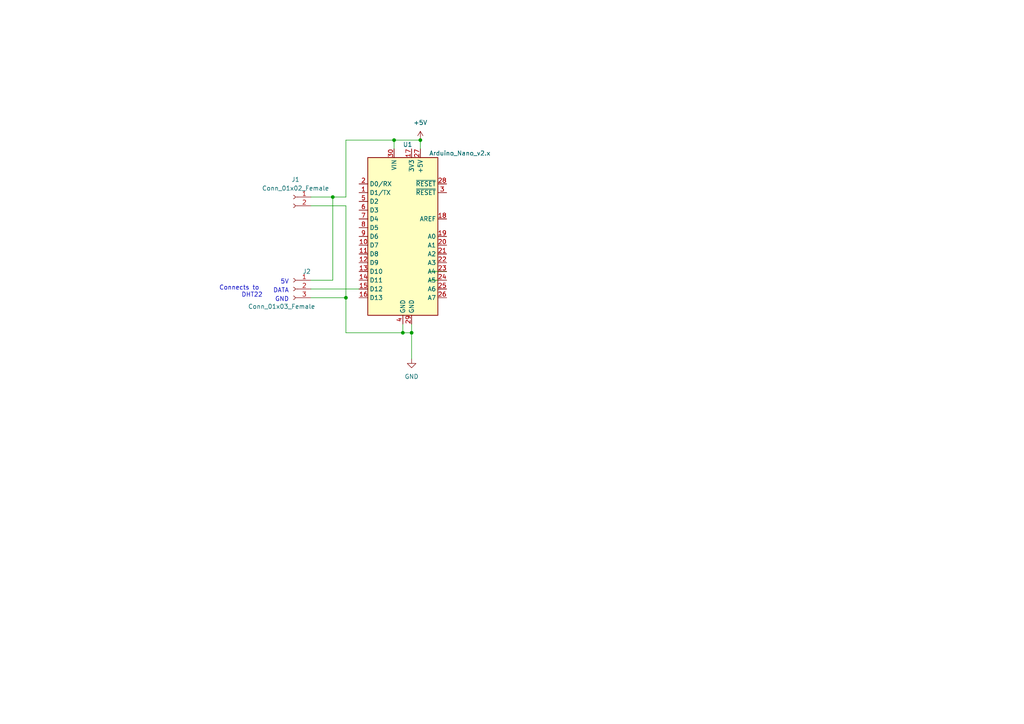
<source format=kicad_sch>
(kicad_sch (version 20211123) (generator eeschema)

  (uuid e63e39d7-6ac0-4ffd-8aa3-1841a4541b55)

  (paper "A4")

  (lib_symbols
    (symbol "Connector:Conn_01x02_Female" (pin_names (offset 1.016) hide) (in_bom yes) (on_board yes)
      (property "Reference" "J" (id 0) (at 0 2.54 0)
        (effects (font (size 1.27 1.27)))
      )
      (property "Value" "Conn_01x02_Female" (id 1) (at 0 -5.08 0)
        (effects (font (size 1.27 1.27)))
      )
      (property "Footprint" "" (id 2) (at 0 0 0)
        (effects (font (size 1.27 1.27)) hide)
      )
      (property "Datasheet" "~" (id 3) (at 0 0 0)
        (effects (font (size 1.27 1.27)) hide)
      )
      (property "ki_keywords" "connector" (id 4) (at 0 0 0)
        (effects (font (size 1.27 1.27)) hide)
      )
      (property "ki_description" "Generic connector, single row, 01x02, script generated (kicad-library-utils/schlib/autogen/connector/)" (id 5) (at 0 0 0)
        (effects (font (size 1.27 1.27)) hide)
      )
      (property "ki_fp_filters" "Connector*:*_1x??_*" (id 6) (at 0 0 0)
        (effects (font (size 1.27 1.27)) hide)
      )
      (symbol "Conn_01x02_Female_1_1"
        (arc (start 0 -2.032) (mid -0.508 -2.54) (end 0 -3.048)
          (stroke (width 0.1524) (type default) (color 0 0 0 0))
          (fill (type none))
        )
        (polyline
          (pts
            (xy -1.27 -2.54)
            (xy -0.508 -2.54)
          )
          (stroke (width 0.1524) (type default) (color 0 0 0 0))
          (fill (type none))
        )
        (polyline
          (pts
            (xy -1.27 0)
            (xy -0.508 0)
          )
          (stroke (width 0.1524) (type default) (color 0 0 0 0))
          (fill (type none))
        )
        (arc (start 0 0.508) (mid -0.508 0) (end 0 -0.508)
          (stroke (width 0.1524) (type default) (color 0 0 0 0))
          (fill (type none))
        )
        (pin passive line (at -5.08 0 0) (length 3.81)
          (name "Pin_1" (effects (font (size 1.27 1.27))))
          (number "1" (effects (font (size 1.27 1.27))))
        )
        (pin passive line (at -5.08 -2.54 0) (length 3.81)
          (name "Pin_2" (effects (font (size 1.27 1.27))))
          (number "2" (effects (font (size 1.27 1.27))))
        )
      )
    )
    (symbol "Connector:Conn_01x03_Female" (pin_names (offset 1.016) hide) (in_bom yes) (on_board yes)
      (property "Reference" "J" (id 0) (at 0 5.08 0)
        (effects (font (size 1.27 1.27)))
      )
      (property "Value" "Conn_01x03_Female" (id 1) (at 0 -5.08 0)
        (effects (font (size 1.27 1.27)))
      )
      (property "Footprint" "" (id 2) (at 0 0 0)
        (effects (font (size 1.27 1.27)) hide)
      )
      (property "Datasheet" "~" (id 3) (at 0 0 0)
        (effects (font (size 1.27 1.27)) hide)
      )
      (property "ki_keywords" "connector" (id 4) (at 0 0 0)
        (effects (font (size 1.27 1.27)) hide)
      )
      (property "ki_description" "Generic connector, single row, 01x03, script generated (kicad-library-utils/schlib/autogen/connector/)" (id 5) (at 0 0 0)
        (effects (font (size 1.27 1.27)) hide)
      )
      (property "ki_fp_filters" "Connector*:*_1x??_*" (id 6) (at 0 0 0)
        (effects (font (size 1.27 1.27)) hide)
      )
      (symbol "Conn_01x03_Female_1_1"
        (arc (start 0 -2.032) (mid -0.508 -2.54) (end 0 -3.048)
          (stroke (width 0.1524) (type default) (color 0 0 0 0))
          (fill (type none))
        )
        (polyline
          (pts
            (xy -1.27 -2.54)
            (xy -0.508 -2.54)
          )
          (stroke (width 0.1524) (type default) (color 0 0 0 0))
          (fill (type none))
        )
        (polyline
          (pts
            (xy -1.27 0)
            (xy -0.508 0)
          )
          (stroke (width 0.1524) (type default) (color 0 0 0 0))
          (fill (type none))
        )
        (polyline
          (pts
            (xy -1.27 2.54)
            (xy -0.508 2.54)
          )
          (stroke (width 0.1524) (type default) (color 0 0 0 0))
          (fill (type none))
        )
        (arc (start 0 0.508) (mid -0.508 0) (end 0 -0.508)
          (stroke (width 0.1524) (type default) (color 0 0 0 0))
          (fill (type none))
        )
        (arc (start 0 3.048) (mid -0.508 2.54) (end 0 2.032)
          (stroke (width 0.1524) (type default) (color 0 0 0 0))
          (fill (type none))
        )
        (pin passive line (at -5.08 2.54 0) (length 3.81)
          (name "Pin_1" (effects (font (size 1.27 1.27))))
          (number "1" (effects (font (size 1.27 1.27))))
        )
        (pin passive line (at -5.08 0 0) (length 3.81)
          (name "Pin_2" (effects (font (size 1.27 1.27))))
          (number "2" (effects (font (size 1.27 1.27))))
        )
        (pin passive line (at -5.08 -2.54 0) (length 3.81)
          (name "Pin_3" (effects (font (size 1.27 1.27))))
          (number "3" (effects (font (size 1.27 1.27))))
        )
      )
    )
    (symbol "MCU_Module:Arduino_Nano_v2.x" (in_bom yes) (on_board yes)
      (property "Reference" "A" (id 0) (at -10.16 23.495 0)
        (effects (font (size 1.27 1.27)) (justify left bottom))
      )
      (property "Value" "Arduino_Nano_v2.x" (id 1) (at 5.08 -24.13 0)
        (effects (font (size 1.27 1.27)) (justify left top))
      )
      (property "Footprint" "Module:Arduino_Nano" (id 2) (at 0 0 0)
        (effects (font (size 1.27 1.27) italic) hide)
      )
      (property "Datasheet" "https://www.arduino.cc/en/uploads/Main/ArduinoNanoManual23.pdf" (id 3) (at 0 0 0)
        (effects (font (size 1.27 1.27)) hide)
      )
      (property "ki_keywords" "Arduino nano microcontroller module USB" (id 4) (at 0 0 0)
        (effects (font (size 1.27 1.27)) hide)
      )
      (property "ki_description" "Arduino Nano v2.x" (id 5) (at 0 0 0)
        (effects (font (size 1.27 1.27)) hide)
      )
      (property "ki_fp_filters" "Arduino*Nano*" (id 6) (at 0 0 0)
        (effects (font (size 1.27 1.27)) hide)
      )
      (symbol "Arduino_Nano_v2.x_0_1"
        (rectangle (start -10.16 22.86) (end 10.16 -22.86)
          (stroke (width 0.254) (type default) (color 0 0 0 0))
          (fill (type background))
        )
      )
      (symbol "Arduino_Nano_v2.x_1_1"
        (pin bidirectional line (at -12.7 12.7 0) (length 2.54)
          (name "D1/TX" (effects (font (size 1.27 1.27))))
          (number "1" (effects (font (size 1.27 1.27))))
        )
        (pin bidirectional line (at -12.7 -2.54 0) (length 2.54)
          (name "D7" (effects (font (size 1.27 1.27))))
          (number "10" (effects (font (size 1.27 1.27))))
        )
        (pin bidirectional line (at -12.7 -5.08 0) (length 2.54)
          (name "D8" (effects (font (size 1.27 1.27))))
          (number "11" (effects (font (size 1.27 1.27))))
        )
        (pin bidirectional line (at -12.7 -7.62 0) (length 2.54)
          (name "D9" (effects (font (size 1.27 1.27))))
          (number "12" (effects (font (size 1.27 1.27))))
        )
        (pin bidirectional line (at -12.7 -10.16 0) (length 2.54)
          (name "D10" (effects (font (size 1.27 1.27))))
          (number "13" (effects (font (size 1.27 1.27))))
        )
        (pin bidirectional line (at -12.7 -12.7 0) (length 2.54)
          (name "D11" (effects (font (size 1.27 1.27))))
          (number "14" (effects (font (size 1.27 1.27))))
        )
        (pin bidirectional line (at -12.7 -15.24 0) (length 2.54)
          (name "D12" (effects (font (size 1.27 1.27))))
          (number "15" (effects (font (size 1.27 1.27))))
        )
        (pin bidirectional line (at -12.7 -17.78 0) (length 2.54)
          (name "D13" (effects (font (size 1.27 1.27))))
          (number "16" (effects (font (size 1.27 1.27))))
        )
        (pin power_out line (at 2.54 25.4 270) (length 2.54)
          (name "3V3" (effects (font (size 1.27 1.27))))
          (number "17" (effects (font (size 1.27 1.27))))
        )
        (pin input line (at 12.7 5.08 180) (length 2.54)
          (name "AREF" (effects (font (size 1.27 1.27))))
          (number "18" (effects (font (size 1.27 1.27))))
        )
        (pin bidirectional line (at 12.7 0 180) (length 2.54)
          (name "A0" (effects (font (size 1.27 1.27))))
          (number "19" (effects (font (size 1.27 1.27))))
        )
        (pin bidirectional line (at -12.7 15.24 0) (length 2.54)
          (name "D0/RX" (effects (font (size 1.27 1.27))))
          (number "2" (effects (font (size 1.27 1.27))))
        )
        (pin bidirectional line (at 12.7 -2.54 180) (length 2.54)
          (name "A1" (effects (font (size 1.27 1.27))))
          (number "20" (effects (font (size 1.27 1.27))))
        )
        (pin bidirectional line (at 12.7 -5.08 180) (length 2.54)
          (name "A2" (effects (font (size 1.27 1.27))))
          (number "21" (effects (font (size 1.27 1.27))))
        )
        (pin bidirectional line (at 12.7 -7.62 180) (length 2.54)
          (name "A3" (effects (font (size 1.27 1.27))))
          (number "22" (effects (font (size 1.27 1.27))))
        )
        (pin bidirectional line (at 12.7 -10.16 180) (length 2.54)
          (name "A4" (effects (font (size 1.27 1.27))))
          (number "23" (effects (font (size 1.27 1.27))))
        )
        (pin bidirectional line (at 12.7 -12.7 180) (length 2.54)
          (name "A5" (effects (font (size 1.27 1.27))))
          (number "24" (effects (font (size 1.27 1.27))))
        )
        (pin bidirectional line (at 12.7 -15.24 180) (length 2.54)
          (name "A6" (effects (font (size 1.27 1.27))))
          (number "25" (effects (font (size 1.27 1.27))))
        )
        (pin bidirectional line (at 12.7 -17.78 180) (length 2.54)
          (name "A7" (effects (font (size 1.27 1.27))))
          (number "26" (effects (font (size 1.27 1.27))))
        )
        (pin power_out line (at 5.08 25.4 270) (length 2.54)
          (name "+5V" (effects (font (size 1.27 1.27))))
          (number "27" (effects (font (size 1.27 1.27))))
        )
        (pin input line (at 12.7 15.24 180) (length 2.54)
          (name "~{RESET}" (effects (font (size 1.27 1.27))))
          (number "28" (effects (font (size 1.27 1.27))))
        )
        (pin power_in line (at 2.54 -25.4 90) (length 2.54)
          (name "GND" (effects (font (size 1.27 1.27))))
          (number "29" (effects (font (size 1.27 1.27))))
        )
        (pin input line (at 12.7 12.7 180) (length 2.54)
          (name "~{RESET}" (effects (font (size 1.27 1.27))))
          (number "3" (effects (font (size 1.27 1.27))))
        )
        (pin power_in line (at -2.54 25.4 270) (length 2.54)
          (name "VIN" (effects (font (size 1.27 1.27))))
          (number "30" (effects (font (size 1.27 1.27))))
        )
        (pin power_in line (at 0 -25.4 90) (length 2.54)
          (name "GND" (effects (font (size 1.27 1.27))))
          (number "4" (effects (font (size 1.27 1.27))))
        )
        (pin bidirectional line (at -12.7 10.16 0) (length 2.54)
          (name "D2" (effects (font (size 1.27 1.27))))
          (number "5" (effects (font (size 1.27 1.27))))
        )
        (pin bidirectional line (at -12.7 7.62 0) (length 2.54)
          (name "D3" (effects (font (size 1.27 1.27))))
          (number "6" (effects (font (size 1.27 1.27))))
        )
        (pin bidirectional line (at -12.7 5.08 0) (length 2.54)
          (name "D4" (effects (font (size 1.27 1.27))))
          (number "7" (effects (font (size 1.27 1.27))))
        )
        (pin bidirectional line (at -12.7 2.54 0) (length 2.54)
          (name "D5" (effects (font (size 1.27 1.27))))
          (number "8" (effects (font (size 1.27 1.27))))
        )
        (pin bidirectional line (at -12.7 0 0) (length 2.54)
          (name "D6" (effects (font (size 1.27 1.27))))
          (number "9" (effects (font (size 1.27 1.27))))
        )
      )
    )
    (symbol "power:+5V" (power) (pin_names (offset 0)) (in_bom yes) (on_board yes)
      (property "Reference" "#PWR" (id 0) (at 0 -3.81 0)
        (effects (font (size 1.27 1.27)) hide)
      )
      (property "Value" "+5V" (id 1) (at 0 3.556 0)
        (effects (font (size 1.27 1.27)))
      )
      (property "Footprint" "" (id 2) (at 0 0 0)
        (effects (font (size 1.27 1.27)) hide)
      )
      (property "Datasheet" "" (id 3) (at 0 0 0)
        (effects (font (size 1.27 1.27)) hide)
      )
      (property "ki_keywords" "power-flag" (id 4) (at 0 0 0)
        (effects (font (size 1.27 1.27)) hide)
      )
      (property "ki_description" "Power symbol creates a global label with name \"+5V\"" (id 5) (at 0 0 0)
        (effects (font (size 1.27 1.27)) hide)
      )
      (symbol "+5V_0_1"
        (polyline
          (pts
            (xy -0.762 1.27)
            (xy 0 2.54)
          )
          (stroke (width 0) (type default) (color 0 0 0 0))
          (fill (type none))
        )
        (polyline
          (pts
            (xy 0 0)
            (xy 0 2.54)
          )
          (stroke (width 0) (type default) (color 0 0 0 0))
          (fill (type none))
        )
        (polyline
          (pts
            (xy 0 2.54)
            (xy 0.762 1.27)
          )
          (stroke (width 0) (type default) (color 0 0 0 0))
          (fill (type none))
        )
      )
      (symbol "+5V_1_1"
        (pin power_in line (at 0 0 90) (length 0) hide
          (name "+5V" (effects (font (size 1.27 1.27))))
          (number "1" (effects (font (size 1.27 1.27))))
        )
      )
    )
    (symbol "power:GND" (power) (pin_names (offset 0)) (in_bom yes) (on_board yes)
      (property "Reference" "#PWR" (id 0) (at 0 -6.35 0)
        (effects (font (size 1.27 1.27)) hide)
      )
      (property "Value" "GND" (id 1) (at 0 -3.81 0)
        (effects (font (size 1.27 1.27)))
      )
      (property "Footprint" "" (id 2) (at 0 0 0)
        (effects (font (size 1.27 1.27)) hide)
      )
      (property "Datasheet" "" (id 3) (at 0 0 0)
        (effects (font (size 1.27 1.27)) hide)
      )
      (property "ki_keywords" "power-flag" (id 4) (at 0 0 0)
        (effects (font (size 1.27 1.27)) hide)
      )
      (property "ki_description" "Power symbol creates a global label with name \"GND\" , ground" (id 5) (at 0 0 0)
        (effects (font (size 1.27 1.27)) hide)
      )
      (symbol "GND_0_1"
        (polyline
          (pts
            (xy 0 0)
            (xy 0 -1.27)
            (xy 1.27 -1.27)
            (xy 0 -2.54)
            (xy -1.27 -1.27)
            (xy 0 -1.27)
          )
          (stroke (width 0) (type default) (color 0 0 0 0))
          (fill (type none))
        )
      )
      (symbol "GND_1_1"
        (pin power_in line (at 0 0 270) (length 0) hide
          (name "GND" (effects (font (size 1.27 1.27))))
          (number "1" (effects (font (size 1.27 1.27))))
        )
      )
    )
  )

  (junction (at 119.38 96.52) (diameter 0) (color 0 0 0 0)
    (uuid 13b44301-e8b6-44a2-a883-05207972227f)
  )
  (junction (at 116.84 96.52) (diameter 0) (color 0 0 0 0)
    (uuid 14be568d-2e52-4aed-b81b-dddc75cbdd07)
  )
  (junction (at 121.92 40.64) (diameter 0) (color 0 0 0 0)
    (uuid 4824cc17-4fe1-4945-ad51-0aeea24cae8e)
  )
  (junction (at 100.33 86.36) (diameter 0) (color 0 0 0 0)
    (uuid 6f7723ab-9b81-43f3-b744-74764fc3ce28)
  )
  (junction (at 114.3 40.64) (diameter 0) (color 0 0 0 0)
    (uuid 95b9926a-6923-4d22-94a9-a7e0924d3712)
  )
  (junction (at 96.52 57.15) (diameter 0) (color 0 0 0 0)
    (uuid a6e5db67-ceb6-4359-87f5-fb8d4366f5c2)
  )

  (wire (pts (xy 90.17 59.69) (xy 100.33 59.69))
    (stroke (width 0) (type default) (color 0 0 0 0))
    (uuid 0841daad-119a-4adb-a749-b6aa667dd7c8)
  )
  (wire (pts (xy 114.3 40.64) (xy 121.92 40.64))
    (stroke (width 0) (type default) (color 0 0 0 0))
    (uuid 0be455d7-9219-470e-8eb0-7925a3f97f66)
  )
  (wire (pts (xy 100.33 40.64) (xy 100.33 57.15))
    (stroke (width 0) (type default) (color 0 0 0 0))
    (uuid 1bb16fed-1537-47fa-90f6-8dc136da5d16)
  )
  (wire (pts (xy 116.84 96.52) (xy 100.33 96.52))
    (stroke (width 0) (type default) (color 0 0 0 0))
    (uuid 1c7ec62e-d96c-4a0d-ac32-e919b90a3c5b)
  )
  (wire (pts (xy 90.17 83.82) (xy 104.14 83.82))
    (stroke (width 0) (type default) (color 0 0 0 0))
    (uuid 20ff25b5-b7a1-4a16-8bcf-2c30eac8ee17)
  )
  (wire (pts (xy 114.3 43.18) (xy 114.3 40.64))
    (stroke (width 0) (type default) (color 0 0 0 0))
    (uuid 45245258-c97a-4586-bc43-2154c85c0ef6)
  )
  (wire (pts (xy 116.84 96.52) (xy 119.38 96.52))
    (stroke (width 0) (type default) (color 0 0 0 0))
    (uuid 49edae70-5dd4-4020-bb66-e19aaf00297f)
  )
  (wire (pts (xy 116.84 93.98) (xy 116.84 96.52))
    (stroke (width 0) (type default) (color 0 0 0 0))
    (uuid 56b53988-7c92-40d8-a754-683f4429d93e)
  )
  (wire (pts (xy 121.92 43.18) (xy 121.92 40.64))
    (stroke (width 0) (type default) (color 0 0 0 0))
    (uuid 72733f59-fc61-4ff2-8fe5-0440be71758a)
  )
  (wire (pts (xy 124.46 78.74) (xy 129.54 78.74))
    (stroke (width 0) (type default) (color 0 0 0 0))
    (uuid 89e45636-ec8b-4c1f-a910-cd710c78f8ab)
  )
  (wire (pts (xy 124.46 81.28) (xy 129.54 81.28))
    (stroke (width 0) (type default) (color 0 0 0 0))
    (uuid 8dfe97b3-9c59-4291-a451-2271a853e4b2)
  )
  (wire (pts (xy 96.52 57.15) (xy 90.17 57.15))
    (stroke (width 0) (type default) (color 0 0 0 0))
    (uuid 93be795c-1088-4f2d-a0c1-d6568bccf616)
  )
  (wire (pts (xy 100.33 96.52) (xy 100.33 86.36))
    (stroke (width 0) (type default) (color 0 0 0 0))
    (uuid 9ad8e352-005c-4299-8beb-56f3b58c96b7)
  )
  (wire (pts (xy 90.17 81.28) (xy 96.52 81.28))
    (stroke (width 0) (type default) (color 0 0 0 0))
    (uuid b583305f-1632-48e5-b71a-09834e4712d2)
  )
  (wire (pts (xy 119.38 96.52) (xy 119.38 104.14))
    (stroke (width 0) (type default) (color 0 0 0 0))
    (uuid b9086bc6-f594-4bed-870a-3805d2b7840b)
  )
  (wire (pts (xy 100.33 57.15) (xy 96.52 57.15))
    (stroke (width 0) (type default) (color 0 0 0 0))
    (uuid c14f4f41-991c-47f8-ba74-4a4e89170acf)
  )
  (wire (pts (xy 119.38 93.98) (xy 119.38 96.52))
    (stroke (width 0) (type default) (color 0 0 0 0))
    (uuid c2079b33-906e-4c67-b0b6-7e228acc166b)
  )
  (wire (pts (xy 100.33 86.36) (xy 100.33 59.69))
    (stroke (width 0) (type default) (color 0 0 0 0))
    (uuid d2d5338e-529d-4976-925a-a09baa20282a)
  )
  (wire (pts (xy 114.3 40.64) (xy 100.33 40.64))
    (stroke (width 0) (type default) (color 0 0 0 0))
    (uuid dd01ca49-c8a2-4580-af9a-2e9bce9769bc)
  )
  (wire (pts (xy 90.17 86.36) (xy 100.33 86.36))
    (stroke (width 0) (type default) (color 0 0 0 0))
    (uuid f14fab93-994a-4660-98e7-01b61836c2b0)
  )
  (wire (pts (xy 96.52 81.28) (xy 96.52 57.15))
    (stroke (width 0) (type default) (color 0 0 0 0))
    (uuid f79d39bc-12fd-4c21-a7e5-767848db6076)
  )

  (text "Connects to \nDHT22" (at 76.2 86.36 180)
    (effects (font (size 1.27 1.27)) (justify right bottom))
    (uuid 0a3db64e-19cc-4ff5-9149-bec68c092063)
  )
  (text "GND" (at 83.82 87.63 180)
    (effects (font (size 1.27 1.27)) (justify right bottom))
    (uuid 13173f3b-3e2a-47c8-991c-e30d60da5f0f)
  )
  (text "DATA\n" (at 83.82 85.09 180)
    (effects (font (size 1.27 1.27)) (justify right bottom))
    (uuid 7182f4f7-75eb-45ac-a4c0-af2b19ff81c2)
  )
  (text "5V" (at 83.82 82.55 180)
    (effects (font (size 1.27 1.27)) (justify right bottom))
    (uuid 7481844c-60af-4c5a-8ab8-02a6643c50b2)
  )

  (symbol (lib_id "Connector:Conn_01x03_Female") (at 85.09 83.82 0) (mirror y) (unit 1)
    (in_bom yes) (on_board yes)
    (uuid 1e0832ec-61bb-4753-a703-f800e50c87e9)
    (property "Reference" "J2" (id 0) (at 90.17 78.74 0)
      (effects (font (size 1.27 1.27)) (justify left))
    )
    (property "Value" "Conn_01x03_Female" (id 1) (at 91.44 88.9 0)
      (effects (font (size 1.27 1.27)) (justify left))
    )
    (property "Footprint" "Connector_PinHeader_2.54mm:PinHeader_1x03_P2.54mm_Horizontal" (id 2) (at 85.09 83.82 0)
      (effects (font (size 1.27 1.27)) hide)
    )
    (property "Datasheet" "~" (id 3) (at 85.09 83.82 0)
      (effects (font (size 1.27 1.27)) hide)
    )
    (pin "1" (uuid 20dc8b19-954b-4369-b580-dab885da8ae2))
    (pin "2" (uuid 3e7ae60c-e895-4a5a-a7e3-6a535a3a8283))
    (pin "3" (uuid a2abc84b-8987-4a83-b329-dceb6c04fe7c))
  )

  (symbol (lib_id "Connector:Conn_01x02_Female") (at 85.09 57.15 0) (mirror y) (unit 1)
    (in_bom yes) (on_board yes) (fields_autoplaced)
    (uuid 6eba0eb7-a2e2-4201-b6f9-12f23b664d6d)
    (property "Reference" "J1" (id 0) (at 85.725 52.07 0))
    (property "Value" "Conn_01x02_Female" (id 1) (at 85.725 54.61 0))
    (property "Footprint" "Connector_PinHeader_2.54mm:PinHeader_1x02_P2.54mm_Vertical" (id 2) (at 85.09 57.15 0)
      (effects (font (size 1.27 1.27)) hide)
    )
    (property "Datasheet" "~" (id 3) (at 85.09 57.15 0)
      (effects (font (size 1.27 1.27)) hide)
    )
    (pin "1" (uuid a5efe6fa-e299-4151-9d62-b817192a5276))
    (pin "2" (uuid 93dcbdb8-68ee-425e-9282-46cecfa3c5b8))
  )

  (symbol (lib_id "MCU_Module:Arduino_Nano_v2.x") (at 116.84 68.58 0) (unit 1)
    (in_bom yes) (on_board yes)
    (uuid a7035c1b-863b-4bbf-a32a-6ebba2814e2c)
    (property "Reference" "U1" (id 0) (at 116.84 41.91 0)
      (effects (font (size 1.27 1.27)) (justify left))
    )
    (property "Value" "Arduino_Nano_v2.x" (id 1) (at 124.46 44.45 0)
      (effects (font (size 1.27 1.27)) (justify left))
    )
    (property "Footprint" "Module:Arduino_Nano" (id 2) (at 116.84 68.58 0)
      (effects (font (size 1.27 1.27) italic) hide)
    )
    (property "Datasheet" "https://www.arduino.cc/en/uploads/Main/ArduinoNanoManual23.pdf" (id 3) (at 116.84 68.58 0)
      (effects (font (size 1.27 1.27)) hide)
    )
    (pin "1" (uuid 782e74f8-8e76-4e6f-bfec-df9b9d96b19d))
    (pin "10" (uuid 6b013cb8-9e09-4a62-b02d-814d5cfa604e))
    (pin "11" (uuid de7d8275-fd45-47d5-ae9a-4b0c51b81f57))
    (pin "12" (uuid 986fa662-6dc8-4009-9871-995c9cfdbebc))
    (pin "13" (uuid cd1b9f49-f6c4-4c81-a715-14d19fd506d7))
    (pin "14" (uuid 30cf5573-2ac5-4d4b-8678-7fcebe2bcd36))
    (pin "15" (uuid 1ec648ca-df29-4910-86ed-6f48e345dbdb))
    (pin "16" (uuid d7b67c11-d515-46cf-bcf0-0f0ef2d0158a))
    (pin "17" (uuid 1aaf34a3-282e-4633-82fa-9d6cdf32efbb))
    (pin "18" (uuid 0de7d0e7-c8d5-482b-8e8a-d56acfc6ebd8))
    (pin "19" (uuid d35d7027-ac1b-44b2-9664-3d8a37ee0f4e))
    (pin "2" (uuid 4c38e5ef-0105-4756-a059-34a9c3247d1f))
    (pin "20" (uuid 3b450865-b2ef-4d25-9b34-4d42975b5e24))
    (pin "21" (uuid 7cc510d9-2339-42a7-bb31-eff1142f0636))
    (pin "22" (uuid a60f8360-f38f-439d-b446-391101ae4282))
    (pin "23" (uuid 8e247c2e-b63e-4a70-8c32-64933e91ced0))
    (pin "24" (uuid 5b29962f-685a-409c-915c-9c4a92ed442a))
    (pin "25" (uuid 669e2f76-dce7-4b88-b383-d3587e6cc0cc))
    (pin "26" (uuid fb4e7351-d265-4999-adf6-bc7596c21cf3))
    (pin "27" (uuid 119c633c-175b-4b38-bbc1-1a076032c16e))
    (pin "28" (uuid c66790a8-2c84-47da-b059-a728d9f51463))
    (pin "29" (uuid cb4b7bcd-f8cd-4398-9baf-986854c6b2ae))
    (pin "3" (uuid 43f4cf53-1dc5-4426-bbd2-fabe9c3d45ec))
    (pin "30" (uuid 6ceb10bf-4340-4309-8250-882c2b60a70e))
    (pin "4" (uuid 946a171e-cd55-473d-bab9-8d2c7c34161c))
    (pin "5" (uuid 00e39da0-4b3e-4884-a91e-86d729914953))
    (pin "6" (uuid 25ca9482-069d-43de-b77e-6f2ad77fa017))
    (pin "7" (uuid 18b6dcb6-5ab3-481b-b998-33e8cf6d281f))
    (pin "8" (uuid fa16f237-4e21-4b18-8c54-f7de4e62bbb6))
    (pin "9" (uuid 7be13a36-eb8e-440f-aaac-2fd6665d9f61))
  )

  (symbol (lib_id "power:GND") (at 119.38 104.14 0) (unit 1)
    (in_bom yes) (on_board yes) (fields_autoplaced)
    (uuid c57e2c9b-795f-49e5-8ca2-7169d63a4374)
    (property "Reference" "#PWR0102" (id 0) (at 119.38 110.49 0)
      (effects (font (size 1.27 1.27)) hide)
    )
    (property "Value" "GND" (id 1) (at 119.38 109.22 0))
    (property "Footprint" "" (id 2) (at 119.38 104.14 0)
      (effects (font (size 1.27 1.27)) hide)
    )
    (property "Datasheet" "" (id 3) (at 119.38 104.14 0)
      (effects (font (size 1.27 1.27)) hide)
    )
    (pin "1" (uuid f75bced6-245a-490c-a39b-3a0d1b65c852))
  )

  (symbol (lib_id "power:+5V") (at 121.92 40.64 0) (unit 1)
    (in_bom yes) (on_board yes) (fields_autoplaced)
    (uuid f8a90052-1a8b-4ce5-a1fd-87db944dceac)
    (property "Reference" "#PWR0101" (id 0) (at 121.92 44.45 0)
      (effects (font (size 1.27 1.27)) hide)
    )
    (property "Value" "+5V" (id 1) (at 121.92 35.56 0))
    (property "Footprint" "" (id 2) (at 121.92 40.64 0)
      (effects (font (size 1.27 1.27)) hide)
    )
    (property "Datasheet" "" (id 3) (at 121.92 40.64 0)
      (effects (font (size 1.27 1.27)) hide)
    )
    (pin "1" (uuid 2a4f1c24-6486-4fd8-8092-72bb07a81274))
  )

  (sheet_instances
    (path "/" (page "1"))
  )

  (symbol_instances
    (path "/f8a90052-1a8b-4ce5-a1fd-87db944dceac"
      (reference "#PWR0101") (unit 1) (value "+5V") (footprint "")
    )
    (path "/c57e2c9b-795f-49e5-8ca2-7169d63a4374"
      (reference "#PWR0102") (unit 1) (value "GND") (footprint "")
    )
    (path "/6eba0eb7-a2e2-4201-b6f9-12f23b664d6d"
      (reference "J1") (unit 1) (value "Conn_01x02_Female") (footprint "Connector_PinHeader_2.54mm:PinHeader_1x02_P2.54mm_Vertical")
    )
    (path "/1e0832ec-61bb-4753-a703-f800e50c87e9"
      (reference "J2") (unit 1) (value "Conn_01x03_Female") (footprint "Connector_PinHeader_2.54mm:PinHeader_1x03_P2.54mm_Horizontal")
    )
    (path "/a7035c1b-863b-4bbf-a32a-6ebba2814e2c"
      (reference "U1") (unit 1) (value "Arduino_Nano_v2.x") (footprint "Module:Arduino_Nano")
    )
  )
)

</source>
